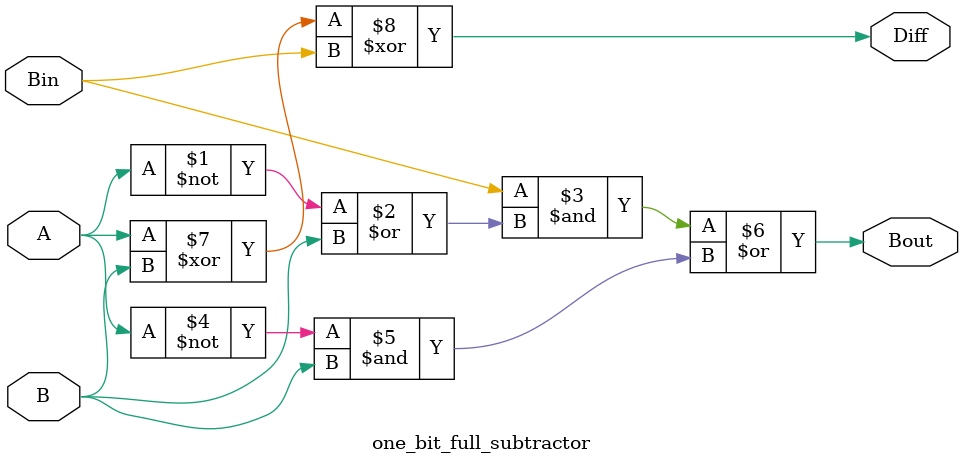
<source format=v>
`timescale 1ns / 1ps

module one_bit_full_subtractor(
    input A, 
    input B, 
    input Bin,
    output Diff, 
    output Bout
    );
    
    assign Bout = (Bin & (~A | B)) | (~A & B);
    assign Diff = A ^ B ^ Bin;
endmodule

</source>
